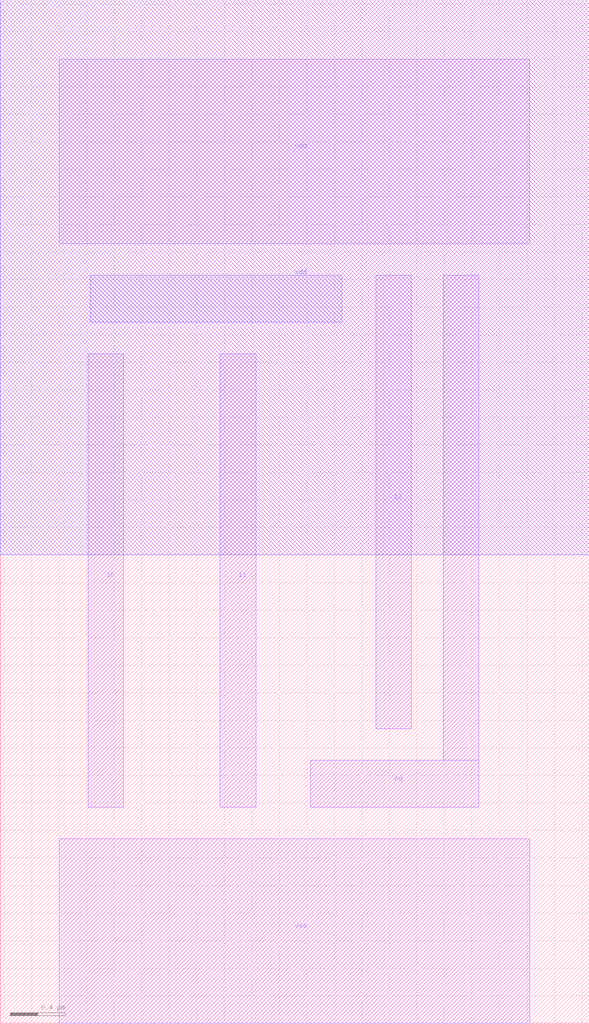
<source format=lef>
VERSION 5.7 ;
  NOWIREEXTENSIONATPIN ON ;
  DIVIDERCHAR "/" ;
  BUSBITCHARS "[]" ;
MACRO and21nor_x0
  CLASS BLOCK ;
  FOREIGN and21nor_x0 ;
  ORIGIN 0.430 0.000 ;
  SIZE 4.280 BY 7.430 ;
  PIN vss
    ANTENNADIFFAREA 2.063200 ;
    PORT
      LAYER Metal1 ;
        RECT 0.000 0.000 3.420 1.340 ;
    END
  END vss
  PIN vdd
    ANTENNADIFFAREA 1.588000 ;
    PORT
      LAYER Nwell ;
        RECT -0.430 3.400 3.850 7.430 ;
      LAYER Metal1 ;
        RECT 0.000 5.660 3.420 7.000 ;
    END
  END vdd
  PIN i0
    ANTENNAGATEAREA 0.492800 ;
    PORT
      LAYER Metal1 ;
        RECT 0.210 1.570 0.470 4.860 ;
    END
  END i0
  PIN nq
    ANTENNADIFFAREA 1.003200 ;
    PORT
      LAYER Metal1 ;
        RECT 2.790 1.910 3.050 5.430 ;
        RECT 1.825 1.570 3.050 1.910 ;
    END
  END nq
  PIN i1
    ANTENNAGATEAREA 0.492800 ;
    PORT
      LAYER Metal1 ;
        RECT 1.170 1.570 1.430 4.860 ;
    END
  END i1
  PIN i2
    ANTENNAGATEAREA 0.492800 ;
    PORT
      LAYER Metal1 ;
        RECT 2.300 2.140 2.560 5.430 ;
    END
  END i2
  OBS
      LAYER Metal1 ;
        RECT 0.225 5.090 2.055 5.430 ;
  END
END and21nor_x0
END LIBRARY


</source>
